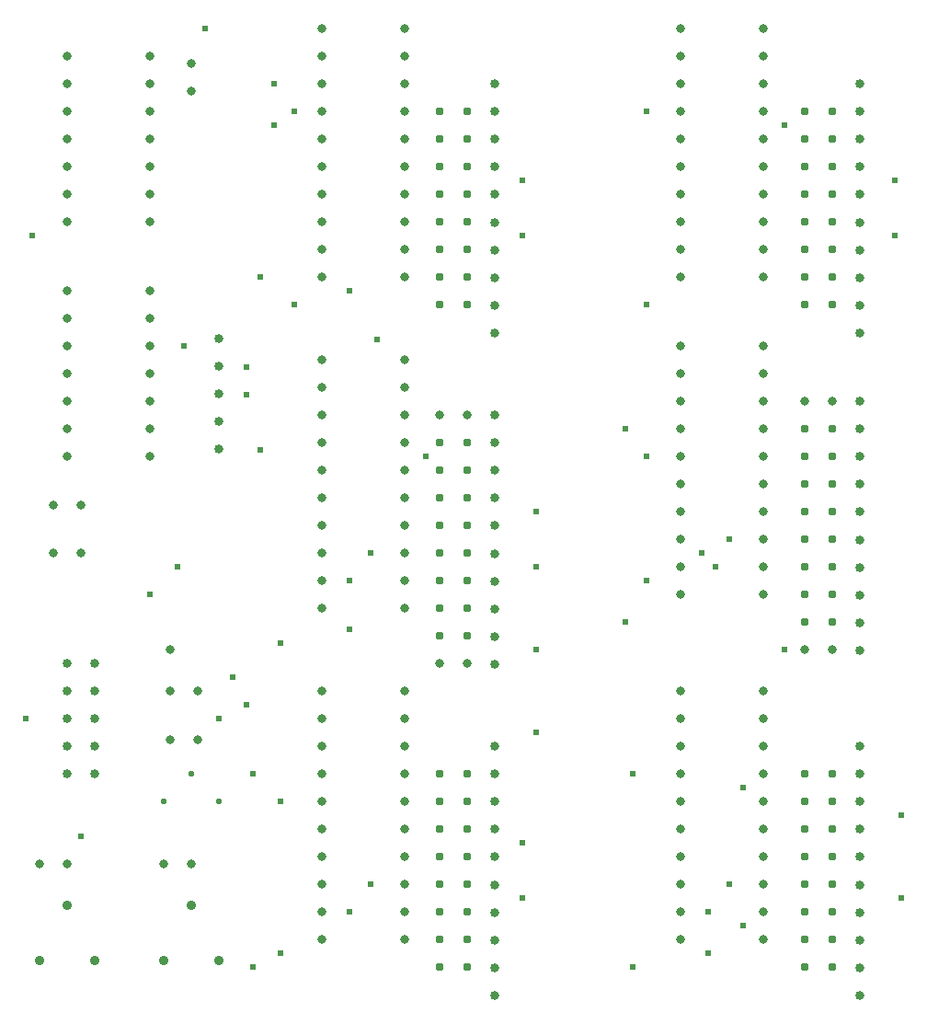
<source format=gbr>
G04 DesignSpark PCB Gerber Version 10.0 Build 5299*
G04 #@! TF.Part,Single*
G04 #@! TF.FilePolarity,Positive*
%FSLAX35Y35*%
%MOIN*%
G04 #@! TA.AperFunction,ComponentDrill*
%ADD94C,0.02200*%
G04 #@! TA.AperFunction,ViaDrill*
%ADD91C,0.02400*%
G04 #@! TA.AperFunction,ComponentDrill*
%ADD96C,0.03100*%
G04 #@! TA.AperFunction,ViaDrill*
%ADD92C,0.03200*%
G04 #@! TA.AperFunction,ComponentDrill*
%ADD93C,0.03307*%
%ADD95C,0.03465*%
G04 #@! TD.AperFunction*
X0Y0D02*
D02*
D91*
X20250Y112750D03*
X22750Y287750D03*
X40250Y70250D03*
X65250Y157750D03*
X75250Y167750D03*
X77750Y247750D03*
X85250Y362750D03*
X90250Y112750D03*
X95250Y127750D03*
X100250Y117750D03*
Y230250D03*
Y240250D03*
X102750Y22750D03*
Y92750D03*
X105250Y210250D03*
Y272750D03*
X110250Y327750D03*
Y342750D03*
X112750Y27750D03*
Y82750D03*
Y140250D03*
X117750Y262750D03*
Y332750D03*
X137750Y42750D03*
Y145250D03*
Y162750D03*
Y267750D03*
X145250Y52750D03*
Y172750D03*
X147750Y250250D03*
X165250Y207750D03*
X200250Y47750D03*
Y67750D03*
Y287750D03*
Y307750D03*
X205250Y107750D03*
Y137750D03*
Y167750D03*
Y187750D03*
X237750Y147750D03*
Y217750D03*
X240250Y22750D03*
Y92750D03*
X245250Y162750D03*
Y207750D03*
Y262750D03*
Y332750D03*
X265250Y172750D03*
X267750Y27750D03*
Y42750D03*
X270250Y167750D03*
X275250Y52750D03*
Y177750D03*
X280250Y37750D03*
Y87750D03*
X295250Y137750D03*
Y327750D03*
X335250Y287750D03*
Y307750D03*
X337750Y47750D03*
Y77750D03*
D02*
D92*
X25250Y60250D03*
X30250Y172750D03*
Y190250D03*
X35250Y60250D03*
Y207750D03*
Y217750D03*
Y227750D03*
Y237750D03*
Y247750D03*
Y257750D03*
Y267750D03*
Y292750D03*
Y302750D03*
Y312750D03*
Y322750D03*
Y332750D03*
Y342750D03*
Y352750D03*
X40250Y172750D03*
Y190250D03*
X65250Y207750D03*
Y217750D03*
Y227750D03*
Y237750D03*
Y247750D03*
Y257750D03*
Y267750D03*
Y292750D03*
Y302750D03*
Y312750D03*
Y322750D03*
Y332750D03*
Y342750D03*
Y352750D03*
X70250Y60250D03*
X72750Y105250D03*
Y122750D03*
Y137750D03*
X80250Y60250D03*
Y340250D03*
Y350250D03*
X82750Y105250D03*
Y122750D03*
X127750Y32750D03*
Y42750D03*
Y52750D03*
Y62750D03*
Y72750D03*
Y82750D03*
Y92750D03*
Y102750D03*
Y112750D03*
Y122750D03*
Y152750D03*
Y162750D03*
Y172750D03*
Y182750D03*
Y192750D03*
Y202750D03*
Y212750D03*
Y222750D03*
Y232750D03*
Y242750D03*
Y272750D03*
Y282750D03*
Y292750D03*
Y302750D03*
Y312750D03*
Y322750D03*
Y332750D03*
Y342750D03*
Y352750D03*
Y362750D03*
X157750Y32750D03*
Y42750D03*
Y52750D03*
Y62750D03*
Y72750D03*
Y82750D03*
Y92750D03*
Y102750D03*
Y112750D03*
Y122750D03*
Y152750D03*
Y162750D03*
Y172750D03*
Y182750D03*
Y192750D03*
Y202750D03*
Y212750D03*
Y222750D03*
Y232750D03*
Y242750D03*
Y272750D03*
Y282750D03*
Y292750D03*
Y302750D03*
Y312750D03*
Y322750D03*
Y332750D03*
Y342750D03*
Y352750D03*
Y362750D03*
X170250Y132750D03*
Y222750D03*
X180250Y132750D03*
Y222750D03*
X257750Y32750D03*
Y42750D03*
Y52750D03*
Y62750D03*
Y72750D03*
Y82750D03*
Y92750D03*
Y102750D03*
Y112750D03*
Y122750D03*
Y157750D03*
Y167750D03*
Y177750D03*
Y187750D03*
Y197750D03*
Y207750D03*
Y217750D03*
Y227750D03*
Y237750D03*
Y247750D03*
Y272750D03*
Y282750D03*
Y292750D03*
Y302750D03*
Y312750D03*
Y322750D03*
Y332750D03*
Y342750D03*
Y352750D03*
Y362750D03*
X287750Y32750D03*
Y42750D03*
Y52750D03*
Y62750D03*
Y72750D03*
Y82750D03*
Y92750D03*
Y102750D03*
Y112750D03*
Y122750D03*
Y157750D03*
Y167750D03*
Y177750D03*
Y187750D03*
Y197750D03*
Y207750D03*
Y217750D03*
Y227750D03*
Y237750D03*
Y247750D03*
Y272750D03*
Y282750D03*
Y292750D03*
Y302750D03*
Y312750D03*
Y322750D03*
Y332750D03*
Y342750D03*
Y352750D03*
Y362750D03*
X302750Y137750D03*
Y227750D03*
X312750Y137750D03*
Y227750D03*
D02*
D93*
X35250Y92750D03*
Y102750D03*
Y112750D03*
Y122750D03*
Y132750D03*
X45250Y92750D03*
Y102750D03*
Y112750D03*
Y122750D03*
Y132750D03*
X90250Y210368D03*
Y220368D03*
Y230368D03*
Y240368D03*
Y250368D03*
X190250Y12632D03*
Y22632D03*
Y32632D03*
Y42632D03*
Y52632D03*
Y62868D03*
Y72868D03*
Y82868D03*
Y92868D03*
Y102868D03*
Y132632D03*
Y142632D03*
Y152632D03*
Y162632D03*
Y172632D03*
Y182868D03*
Y192868D03*
Y202868D03*
Y212868D03*
Y222868D03*
Y252632D03*
Y262632D03*
Y272632D03*
Y282632D03*
Y292632D03*
Y302868D03*
Y312868D03*
Y322868D03*
Y332868D03*
Y342868D03*
X322750Y12632D03*
Y22632D03*
Y32632D03*
Y42632D03*
Y52632D03*
Y62868D03*
Y72868D03*
Y82868D03*
Y92868D03*
Y102868D03*
Y137632D03*
Y147632D03*
Y157632D03*
Y167632D03*
Y177632D03*
Y187868D03*
Y197868D03*
Y207868D03*
Y217868D03*
Y227868D03*
Y252632D03*
Y262632D03*
Y272632D03*
Y282632D03*
Y292632D03*
Y302868D03*
Y312868D03*
Y322868D03*
Y332868D03*
Y342868D03*
D02*
D94*
X70250Y82750D03*
X80250Y92750D03*
X90250Y82750D03*
D02*
D95*
X25250Y25250D03*
X35250Y45250D03*
X45250Y25250D03*
X70250D03*
X80250Y45250D03*
X90250Y25250D03*
D02*
D96*
X170250Y22750D03*
Y32750D03*
Y42750D03*
Y52750D03*
Y62750D03*
Y72750D03*
Y82750D03*
Y92750D03*
Y142750D03*
Y152750D03*
Y162750D03*
Y172750D03*
Y182750D03*
Y192750D03*
Y202750D03*
Y212750D03*
Y262750D03*
Y272750D03*
Y282750D03*
Y292750D03*
Y302750D03*
Y312750D03*
Y322750D03*
Y332750D03*
X180250Y22750D03*
Y32750D03*
Y42750D03*
Y52750D03*
Y62750D03*
Y72750D03*
Y82750D03*
Y92750D03*
Y142750D03*
Y152750D03*
Y162750D03*
Y172750D03*
Y182750D03*
Y192750D03*
Y202750D03*
Y212750D03*
Y262750D03*
Y272750D03*
Y282750D03*
Y292750D03*
Y302750D03*
Y312750D03*
Y322750D03*
Y332750D03*
X302750Y22750D03*
Y32750D03*
Y42750D03*
Y52750D03*
Y62750D03*
Y72750D03*
Y82750D03*
Y92750D03*
Y147750D03*
Y157750D03*
Y167750D03*
Y177750D03*
Y187750D03*
Y197750D03*
Y207750D03*
Y217750D03*
Y262750D03*
Y272750D03*
Y282750D03*
Y292750D03*
Y302750D03*
Y312750D03*
Y322750D03*
Y332750D03*
X312750Y22750D03*
Y32750D03*
Y42750D03*
Y52750D03*
Y62750D03*
Y72750D03*
Y82750D03*
Y92750D03*
Y147750D03*
Y157750D03*
Y167750D03*
Y177750D03*
Y187750D03*
Y197750D03*
Y207750D03*
Y217750D03*
Y262750D03*
Y272750D03*
Y282750D03*
Y292750D03*
Y302750D03*
Y312750D03*
Y322750D03*
Y332750D03*
X0Y0D02*
M02*

</source>
